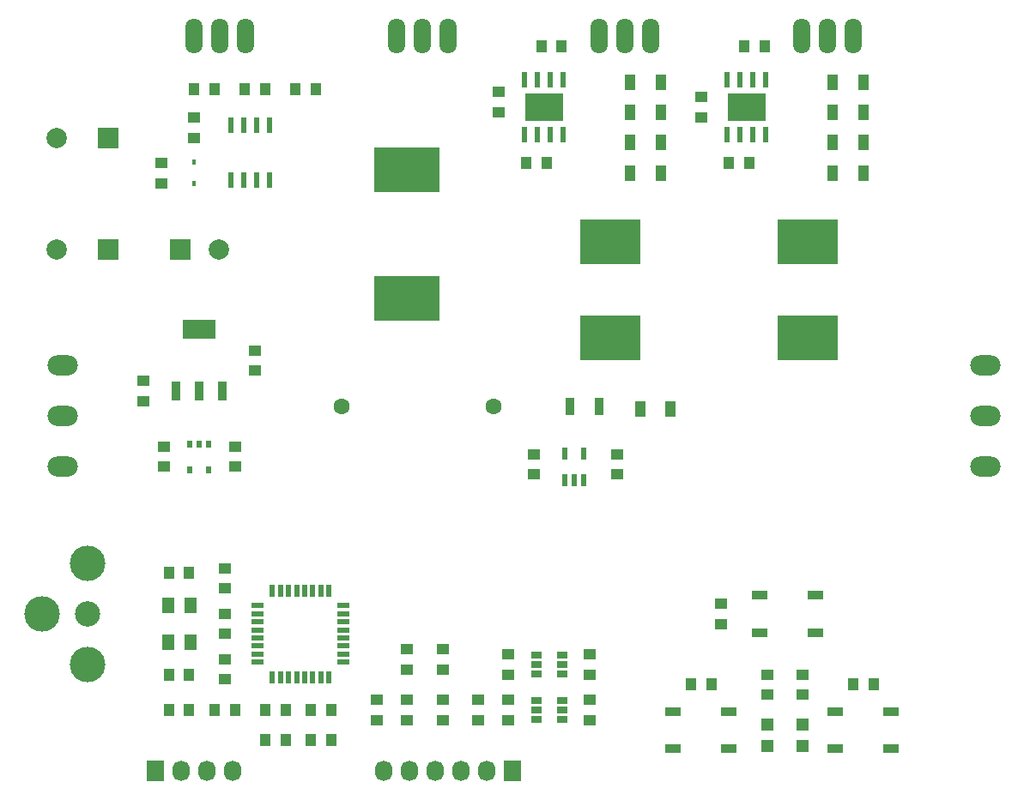
<source format=gts>
G04 #@! TF.FileFunction,Soldermask,Top*
%FSLAX46Y46*%
G04 Gerber Fmt 4.6, Leading zero omitted, Abs format (unit mm)*
G04 Created by KiCad (PCBNEW (2014-11-23 BZR 5300)-product) date Mon 09 Feb 2015 01:31:51 PM EST*
%MOMM*%
G01*
G04 APERTURE LIST*
%ADD10C,0.100000*%
%ADD11R,1.000000X1.600000*%
%ADD12R,1.998980X1.998980*%
%ADD13C,1.998980*%
%ADD14C,1.600000*%
%ADD15R,1.198880X1.198880*%
%ADD16R,6.000000X4.500000*%
%ADD17R,6.500000X4.400000*%
%ADD18O,3.000000X2.000000*%
%ADD19R,1.727200X2.032000*%
%ADD20O,1.727200X2.032000*%
%ADD21C,3.500000*%
%ADD22C,2.500000*%
%ADD23O,1.699260X3.500120*%
%ADD24R,0.900000X1.700000*%
%ADD25R,1.500000X0.850000*%
%ADD26R,1.200000X0.600000*%
%ADD27R,0.600000X1.200000*%
%ADD28R,0.600000X1.550000*%
%ADD29R,0.620000X1.220000*%
%ADD30R,0.450000X0.590000*%
%ADD31R,1.000760X0.701040*%
%ADD32R,0.508000X0.762000*%
%ADD33R,1.250000X1.600000*%
%ADD34R,3.250000X1.900000*%
%ADD35R,0.950000X1.900000*%
%ADD36R,1.250000X1.000000*%
%ADD37R,1.000000X1.250000*%
%ADD38R,3.800000X2.750000*%
%ADD39C,0.690000*%
G04 APERTURE END LIST*
D10*
D11*
X123500000Y-59500000D03*
X126500000Y-59500000D03*
X103500000Y-62500000D03*
X106500000Y-62500000D03*
X123500000Y-62500000D03*
X126500000Y-62500000D03*
X103500000Y-59500000D03*
X106500000Y-59500000D03*
X126500000Y-65500000D03*
X123500000Y-65500000D03*
X126500000Y-68500000D03*
X123500000Y-68500000D03*
X106500000Y-68500000D03*
X103500000Y-68500000D03*
X106500000Y-65500000D03*
X103500000Y-65500000D03*
D12*
X52040000Y-76000000D03*
D13*
X46960000Y-76000000D03*
D14*
X90000000Y-91500000D03*
X75000000Y-91500000D03*
D12*
X52040000Y-65000000D03*
D13*
X46960000Y-65000000D03*
D15*
X117000000Y-122950980D03*
X117000000Y-125049020D03*
X120500000Y-122950980D03*
X120500000Y-125049020D03*
D16*
X101500000Y-75250000D03*
X101500000Y-84750000D03*
X121000000Y-75250000D03*
X121000000Y-84750000D03*
D17*
X81500000Y-68150000D03*
X81500000Y-80850000D03*
D18*
X47500000Y-92500000D03*
X47500000Y-97500000D03*
X47500000Y-87500000D03*
X138500000Y-92500000D03*
X138500000Y-87500000D03*
X138500000Y-97500000D03*
D19*
X91850000Y-127500000D03*
D20*
X89310000Y-127500000D03*
X86770000Y-127500000D03*
X84230000Y-127500000D03*
X81690000Y-127500000D03*
X79150000Y-127500000D03*
D19*
X56690000Y-127500000D03*
D20*
X59230000Y-127500000D03*
X61770000Y-127500000D03*
X64310000Y-127500000D03*
D21*
X45500000Y-112000000D03*
X50000000Y-107000000D03*
X50000000Y-117000000D03*
D22*
X50000000Y-112000000D03*
D23*
X123000000Y-55000000D03*
X120460000Y-55000000D03*
X125540000Y-55000000D03*
X103000000Y-55000000D03*
X100460000Y-55000000D03*
X105540000Y-55000000D03*
X63000000Y-55000000D03*
X60460000Y-55000000D03*
X65540000Y-55000000D03*
X83000000Y-55000000D03*
X80460000Y-55000000D03*
X85540000Y-55000000D03*
D24*
X100450000Y-91500000D03*
X97550000Y-91500000D03*
D25*
X116250000Y-113850000D03*
X121750000Y-113850000D03*
X121750000Y-110150000D03*
X116250000Y-110150000D03*
X123750000Y-125350000D03*
X129250000Y-125350000D03*
X129250000Y-121650000D03*
X123750000Y-121650000D03*
X107750000Y-125350000D03*
X113250000Y-125350000D03*
X113250000Y-121650000D03*
X107750000Y-121650000D03*
D26*
X66750000Y-111200000D03*
X66750000Y-112000000D03*
X66750000Y-112800000D03*
X66750000Y-113600000D03*
X66750000Y-114400000D03*
X66750000Y-115200000D03*
X66750000Y-116000000D03*
X66750000Y-116800000D03*
D27*
X68200000Y-118250000D03*
X69000000Y-118250000D03*
X69800000Y-118250000D03*
X70600000Y-118250000D03*
X71400000Y-118250000D03*
X72200000Y-118250000D03*
X73000000Y-118250000D03*
X73800000Y-118250000D03*
D26*
X75250000Y-116800000D03*
X75250000Y-116000000D03*
X75250000Y-115200000D03*
X75250000Y-114400000D03*
X75250000Y-113600000D03*
X75250000Y-112800000D03*
X75250000Y-112000000D03*
X75250000Y-111200000D03*
D27*
X73800000Y-109750000D03*
X73000000Y-109750000D03*
X72200000Y-109750000D03*
X71400000Y-109750000D03*
X70600000Y-109750000D03*
X69800000Y-109750000D03*
X69000000Y-109750000D03*
X68200000Y-109750000D03*
D28*
X64095000Y-69200000D03*
X65365000Y-69200000D03*
X66635000Y-69200000D03*
X67905000Y-69200000D03*
X67905000Y-63800000D03*
X66635000Y-63800000D03*
X65365000Y-63800000D03*
X64095000Y-63800000D03*
D29*
X97050000Y-98810000D03*
X98000000Y-98810000D03*
X98950000Y-98810000D03*
X98950000Y-96190000D03*
X97050000Y-96190000D03*
D30*
X60500000Y-69555000D03*
X60500000Y-67445000D03*
D11*
X104500000Y-91750000D03*
X107500000Y-91750000D03*
D12*
X59095000Y-76000000D03*
D13*
X62905000Y-76000000D03*
D31*
X96770000Y-116047500D03*
X96770000Y-117000000D03*
X96770000Y-117952500D03*
X94230000Y-117952500D03*
X94230000Y-117000000D03*
X94230000Y-116047500D03*
X96770000Y-120547500D03*
X96770000Y-121500000D03*
X96770000Y-122452500D03*
X94230000Y-122452500D03*
X94230000Y-121500000D03*
X94230000Y-120547500D03*
D32*
X61952500Y-95230000D03*
X60047500Y-95230000D03*
X61952500Y-97770000D03*
X61000000Y-95230000D03*
X60047500Y-97770000D03*
D33*
X57900000Y-114850000D03*
X57900000Y-111150000D03*
X60100000Y-111150000D03*
X60100000Y-114850000D03*
D34*
X61000000Y-83950000D03*
D35*
X58700000Y-90050000D03*
X61000000Y-90050000D03*
X63300000Y-90050000D03*
D36*
X55500000Y-91000000D03*
X55500000Y-89000000D03*
X99500000Y-120500000D03*
X99500000Y-122500000D03*
X99500000Y-116000000D03*
X99500000Y-118000000D03*
X64500000Y-97500000D03*
X64500000Y-95500000D03*
X57500000Y-95500000D03*
X57500000Y-97500000D03*
X63500000Y-109500000D03*
X63500000Y-107500000D03*
X91500000Y-116000000D03*
X91500000Y-118000000D03*
X110500000Y-61000000D03*
X110500000Y-63000000D03*
X81500000Y-120500000D03*
X81500000Y-122500000D03*
X81500000Y-115500000D03*
X81500000Y-117500000D03*
X120500000Y-118000000D03*
X120500000Y-120000000D03*
X117000000Y-118000000D03*
X117000000Y-120000000D03*
X94000000Y-98250000D03*
X94000000Y-96250000D03*
D37*
X109500000Y-119000000D03*
X111500000Y-119000000D03*
D36*
X102250000Y-96250000D03*
X102250000Y-98250000D03*
D37*
X72000000Y-124500000D03*
X74000000Y-124500000D03*
X125500000Y-119000000D03*
X127500000Y-119000000D03*
X67500000Y-124500000D03*
X69500000Y-124500000D03*
X58000000Y-121500000D03*
X60000000Y-121500000D03*
X72500000Y-60250000D03*
X70500000Y-60250000D03*
X60500000Y-60250000D03*
X62500000Y-60250000D03*
D36*
X85000000Y-120500000D03*
X85000000Y-122500000D03*
X85000000Y-117500000D03*
X85000000Y-115500000D03*
D37*
X96750000Y-56000000D03*
X94750000Y-56000000D03*
X116750000Y-56000000D03*
X114750000Y-56000000D03*
D36*
X63500000Y-112000000D03*
X63500000Y-114000000D03*
X78500000Y-120500000D03*
X78500000Y-122500000D03*
D37*
X64500000Y-121500000D03*
X62500000Y-121500000D03*
D36*
X112500000Y-111000000D03*
X112500000Y-113000000D03*
X60500000Y-63000000D03*
X60500000Y-65000000D03*
X88500000Y-120500000D03*
X88500000Y-122500000D03*
X66500000Y-88000000D03*
X66500000Y-86000000D03*
X90500000Y-60500000D03*
X90500000Y-62500000D03*
D37*
X113250000Y-67500000D03*
X115250000Y-67500000D03*
X93250000Y-67500000D03*
X95250000Y-67500000D03*
X67500000Y-60250000D03*
X65500000Y-60250000D03*
D36*
X63500000Y-116500000D03*
X63500000Y-118500000D03*
D37*
X60000000Y-118000000D03*
X58000000Y-118000000D03*
X58000000Y-108000000D03*
X60000000Y-108000000D03*
X74000000Y-121500000D03*
X72000000Y-121500000D03*
X67500000Y-121500000D03*
X69500000Y-121500000D03*
D28*
X113095000Y-64700000D03*
X114365000Y-64700000D03*
X115635000Y-64700000D03*
X116905000Y-64700000D03*
X116905000Y-59300000D03*
X115635000Y-59300000D03*
X114365000Y-59300000D03*
X113095000Y-59300000D03*
D38*
X115000000Y-62000000D03*
D39*
X114000000Y-62750000D03*
X114000000Y-61250000D03*
X116000000Y-61250000D03*
X116000000Y-62750000D03*
D28*
X93095000Y-64700000D03*
X94365000Y-64700000D03*
X95635000Y-64700000D03*
X96905000Y-64700000D03*
X96905000Y-59300000D03*
X95635000Y-59300000D03*
X94365000Y-59300000D03*
X93095000Y-59300000D03*
D38*
X95000000Y-62000000D03*
D39*
X94000000Y-62750000D03*
X94000000Y-61250000D03*
X96000000Y-61250000D03*
X96000000Y-62750000D03*
D36*
X91500000Y-120500000D03*
X91500000Y-122500000D03*
X57250000Y-67500000D03*
X57250000Y-69500000D03*
M02*

</source>
